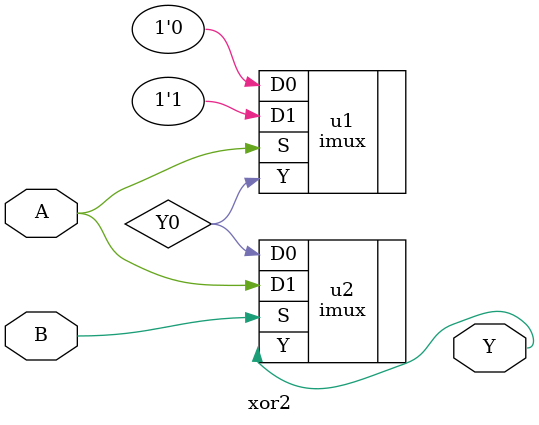
<source format=v>
`timescale 1ns/100ps

module xor2(A, B, Y);
  input A, B;
  
  output Y;
  
  wire Y0;
  
  imux u1(.S(A), .D0(1'b0), .D1(1'b1), .Y(Y0));
  imux u2(.S(B), .D0(Y0), .D1(A), .Y(Y));

endmodule

</source>
